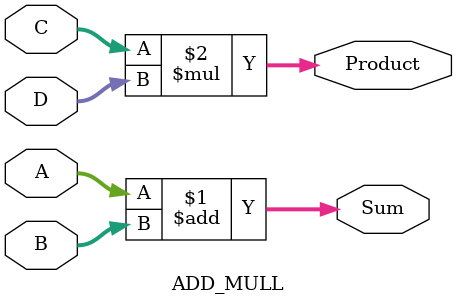
<source format=v>
`timescale 1ns / 1ps


module ADD_MULL(A,B,C,D,Sum,Product);
 parameter size_add = 4;
 parameter size_mul = 4;
input [size_add -1 :0] A,B; 
input [size_mul -1 :0] C,D;
output [size_add*2 -1 :0] Sum; 
output [size_mul*2 -1 :0] Product;

assign Sum = A+B; 
assign Product = C*D;

endmodule

</source>
